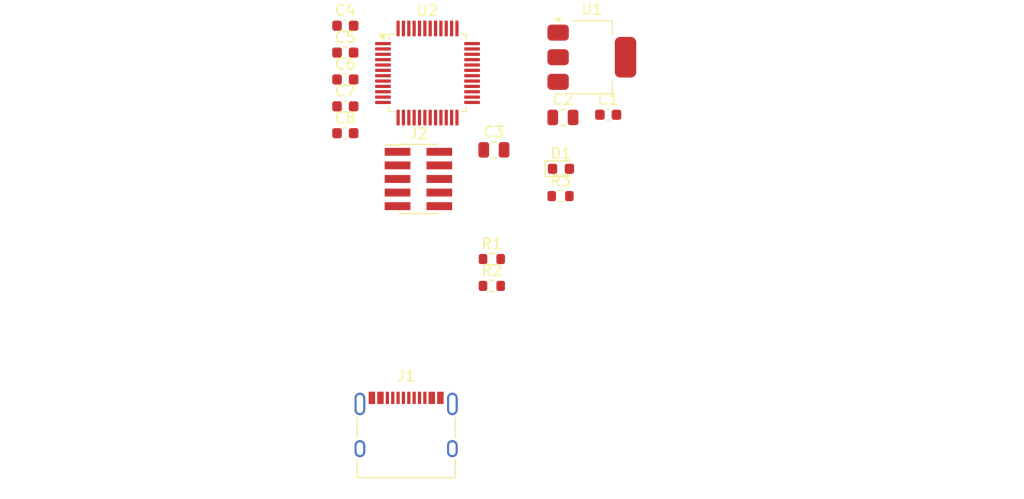
<source format=kicad_pcb>
(kicad_pcb (version 20240108) (generator "pcbnew") (generator_version "8.0")
  (layers (0 "F.Cu" signal "Front") (31 "B.Cu" signal "Back") (34 "B.Paste" user) (35 "F.Paste" user) (36 "B.SilkS" user "B.Silkscreen") (37 "F.SilkS" user "F.Silkscreen") (38 "B.Mask" user) (39 "F.Mask" user) (44 "Edge.Cuts" user))
  (net 0 "")
  (net 1 "usb.gnd")
  (net 2 "usb.conn.cc.cc1")
  (net 3 "usb.conn.cc.cc2")
  (net 4 "led.res.a")
  (net 5 "usb.pwr")
  (net 6 "reg.pwr_out")
  (net 7 "led.signal")
  (net 8 "mcu.ic.osc.xtal_out")
  (net 9 "mcu.reset_node")
  (net 10 "mcu.ic.osc.xtal_in")
  (net 11 "usb.usb.dp")
  (net 12 "usb.usb.dm")
  (net 13 "mcu.swd.tdi")
  (net 14 "mcu.swd_node.swdio")
  (net 15 "mcu.swd_node.swclk")
  (net 16 "mcu.swd.swo")
  (footprint "Capacitor_SMD:C_0603_1608Metric" (layer "F.Cu") (at 123.82 57.095)
    (property "Reference" "C8" (at 0 -1.43 0) (layer "F.SilkS"))
    (property "Value" "50V 1uF X5R ±10% 0603 Multilayer Ceramic Capacitors MLCC - SMD/SMT ROHS")
    (fp_line (start -0.14058 -0.51) (end 0.14058 -0.51) (stroke (width 0.12)) (layer "F.SilkS"))
    (fp_line (start -0.14058 0.51) (end 0.14058 0.51) (stroke (width 0.12)) (layer "F.SilkS"))
    (pad "1" smd roundrect (at -0.775 0) (size 0.9 0.95) (layers "F.Cu" "F.Paste" "F.Mask") (net 6 "reg.pwr_out"))
    (pad "2" smd roundrect (at 0.775 0) (size 0.9 0.95) (layers "F.Cu" "F.Paste" "F.Mask") (net 1 "usb.gnd"))
  )
  (footprint "Package_QFP:LQFP-48_7x7mm_P0.5mm" (layer "F.Cu") (at 131.5 51.475)
    (property "Reference" "U2" (at 0 -5.85 0) (layer "F.SilkS"))
    (property "Value" "STM32F103xxT6")
    (fp_line (start -3.61 -3.61) (end -3.61 -3.16) (stroke (width 0.12)) (layer "F.SilkS"))
    (fp_line (start -3.61 3.61) (end -3.61 3.16) (stroke (width 0.12)) (layer "F.SilkS"))
    (fp_line (start -3.16 -3.61) (end -3.61 -3.61) (stroke (width 0.12)) (layer "F.SilkS"))
    (fp_line (start -3.16 3.61) (end -3.61 3.61) (stroke (width 0.12)) (layer "F.SilkS"))
    (fp_line (start 3.16 -3.61) (end 3.61 -3.61) (stroke (width 0.12)) (layer "F.SilkS"))
    (fp_line (start 3.16 3.61) (end 3.61 3.61) (stroke (width 0.12)) (layer "F.SilkS"))
    (fp_line (start 3.61 -3.61) (end 3.61 -3.16) (stroke (width 0.12)) (layer "F.SilkS"))
    (fp_line (start 3.61 3.61) (end 3.61 3.16) (stroke (width 0.12)) (layer "F.SilkS"))
    (fp_poly (pts (xy -4.2 -3.16) (xy -4.54 -3.63) (xy -3.86 -3.63) (xy -4.2 -3.16)) (stroke (width 0.12)) (fill solid) (layer "F.SilkS"))
    (pad "1" smd roundrect (at -4.1625 -2.75) (size 1.475 0.3) (layers "F.Cu" "F.Paste" "F.Mask") (net 6 "reg.pwr_out"))
    (pad "2" smd roundrect (at -4.1625 -2.25) (size 1.475 0.3) (layers "F.Cu" "F.Paste" "F.Mask"))
    (pad "3" smd roundrect (at -4.1625 -1.75) (size 1.475 0.3) (layers "F.Cu" "F.Paste" "F.Mask"))
    (pad "4" smd roundrect (at -4.1625 -1.25) (size 1.475 0.3) (layers "F.Cu" "F.Paste" "F.Mask"))
    (pad "5" smd roundrect (at -4.1625 -0.75) (size 1.475 0.3) (layers "F.Cu" "F.Paste" "F.Mask") (net 10 "mcu.ic.osc.xtal_in"))
    (pad "6" smd roundrect (at -4.1625 -0.25) (size 1.475 0.3) (layers "F.Cu" "F.Paste" "F.Mask") (net 8 "mcu.ic.osc.xtal_out"))
    (pad "7" smd roundrect (at -4.1625 0.25) (size 1.475 0.3) (layers "F.Cu" "F.Paste" "F.Mask") (net 9 "mcu.reset_node"))
    (pad "8" smd roundrect (at -4.1625 0.75) (size 1.475 0.3) (layers "F.Cu" "F.Paste" "F.Mask") (net 1 "usb.gnd"))
    (pad "9" smd roundrect (at -4.1625 1.25) (size 1.475 0.3) (layers "F.Cu" "F.Paste" "F.Mask") (net 6 "reg.pwr_out"))
    (pad "10" smd roundrect (at -4.1625 1.75) (size 1.475 0.3) (layers "F.Cu" "F.Paste" "F.Mask") (net 7 "led.signal"))
    (pad "11" smd roundrect (at -4.1625 2.25) (size 1.475 0.3) (layers "F.Cu" "F.Paste" "F.Mask"))
    (pad "12" smd roundrect (at -4.1625 2.75) (size 1.475 0.3) (layers "F.Cu" "F.Paste" "F.Mask"))
    (pad "13" smd roundrect (at -2.75 4.1625) (size 0.3 1.475) (layers "F.Cu" "F.Paste" "F.Mask"))
    (pad "14" smd roundrect (at -2.25 4.1625) (size 0.3 1.475) (layers "F.Cu" "F.Paste" "F.Mask"))
    (pad "15" smd roundrect (at -1.75 4.1625) (size 0.3 1.475) (layers "F.Cu" "F.Paste" "F.Mask"))
    (pad "16" smd roundrect (at -1.25 4.1625) (size 0.3 1.475) (layers "F.Cu" "F.Paste" "F.Mask"))
    (pad "17" smd roundrect (at -0.75 4.1625) (size 0.3 1.475) (layers "F.Cu" "F.Paste" "F.Mask"))
    (pad "18" smd roundrect (at -0.25 4.1625) (size 0.3 1.475) (layers "F.Cu" "F.Paste" "F.Mask"))
    (pad "19" smd roundrect (at 0.25 4.1625) (size 0.3 1.475) (layers "F.Cu" "F.Paste" "F.Mask"))
    (pad "20" smd roundrect (at 0.75 4.1625) (size 0.3 1.475) (layers "F.Cu" "F.Paste" "F.Mask"))
    (pad "21" smd roundrect (at 1.25 4.1625) (size 0.3 1.475) (layers "F.Cu" "F.Paste" "F.Mask"))
    (pad "22" smd roundrect (at 1.75 4.1625) (size 0.3 1.475) (layers "F.Cu" "F.Paste" "F.Mask"))
    (pad "23" smd roundrect (at 2.25 4.1625) (size 0.3 1.475) (layers "F.Cu" "F.Paste" "F.Mask") (net 1 "usb.gnd"))
    (pad "24" smd roundrect (at 2.75 4.1625) (size 0.3 1.475) (layers "F.Cu" "F.Paste" "F.Mask") (net 6 "reg.pwr_out"))
    (pad "25" smd roundrect (at 4.1625 2.75) (size 1.475 0.3) (layers "F.Cu" "F.Paste" "F.Mask"))
    (pad "26" smd roundrect (at 4.1625 2.25) (size 1.475 0.3) (layers "F.Cu" "F.Paste" "F.Mask"))
    (pad "27" smd roundrect (at 4.1625 1.75) (size 1.475 0.3) (layers "F.Cu" "F.Paste" "F.Mask"))
    (pad "28" smd roundrect (at 4.1625 1.25) (size 1.475 0.3) (layers "F.Cu" "F.Paste" "F.Mask"))
    (pad "29" smd roundrect (at 4.1625 0.75) (size 1.475 0.3) (layers "F.Cu" "F.Paste" "F.Mask"))
    (pad "30" smd roundrect (at 4.1625 0.25) (size 1.475 0.3) (layers "F.Cu" "F.Paste" "F.Mask"))
    (pad "31" smd roundrect (at 4.1625 -0.25) (size 1.475 0.3) (layers "F.Cu" "F.Paste" "F.Mask"))
    (pad "32" smd roundrect (at 4.1625 -0.75) (size 1.475 0.3) (layers "F.Cu" "F.Paste" "F.Mask"))
    (pad "33" smd roundrect (at 4.1625 -1.25) (size 1.475 0.3) (layers "F.Cu" "F.Paste" "F.Mask"))
    (pad "34" smd roundrect (at 4.1625 -1.75) (size 1.475 0.3) (layers "F.Cu" "F.Paste" "F.Mask") (net 14 "mcu.swd_node.swdio"))
    (pad "35" smd roundrect (at 4.1625 -2.25) (size 1.475 0.3) (layers "F.Cu" "F.Paste" "F.Mask") (net 1 "usb.gnd"))
    (pad "36" smd roundrect (at 4.1625 -2.75) (size 1.475 0.3) (layers "F.Cu" "F.Paste" "F.Mask") (net 6 "reg.pwr_out"))
    (pad "37" smd roundrect (at 2.75 -4.1625) (size 0.3 1.475) (layers "F.Cu" "F.Paste" "F.Mask") (net 15 "mcu.swd_node.swclk"))
    (pad "38" smd roundrect (at 2.25 -4.1625) (size 0.3 1.475) (layers "F.Cu" "F.Paste" "F.Mask"))
    (pad "39" smd roundrect (at 1.75 -4.1625) (size 0.3 1.475) (layers "F.Cu" "F.Paste" "F.Mask"))
    (pad "40" smd roundrect (at 1.25 -4.1625) (size 0.3 1.475) (layers "F.Cu" "F.Paste" "F.Mask"))
    (pad "41" smd roundrect (at 0.75 -4.1625) (size 0.3 1.475) (layers "F.Cu" "F.Paste" "F.Mask"))
    (pad "42" smd roundrect (at 0.25 -4.1625) (size 0.3 1.475) (layers "F.Cu" "F.Paste" "F.Mask"))
    (pad "43" smd roundrect (at -0.25 -4.1625) (size 0.3 1.475) (layers "F.Cu" "F.Paste" "F.Mask"))
    (pad "44" smd roundrect (at -0.75 -4.1625) (size 0.3 1.475) (layers "F.Cu" "F.Paste" "F.Mask") (net 1 "usb.gnd"))
    (pad "45" smd roundrect (at -1.25 -4.1625) (size 0.3 1.475) (layers "F.Cu" "F.Paste" "F.Mask"))
    (pad "46" smd roundrect (at -1.75 -4.1625) (size 0.3 1.475) (layers "F.Cu" "F.Paste" "F.Mask"))
    (pad "47" smd roundrect (at -2.25 -4.1625) (size 0.3 1.475) (layers "F.Cu" "F.Paste" "F.Mask") (net 1 "usb.gnd"))
    (pad "48" smd roundrect (at -2.75 -4.1625) (size 0.3 1.475) (layers "F.Cu" "F.Paste" "F.Mask") (net 6 "reg.pwr_out"))
  )
  (footprint "Capacitor_SMD:C_0603_1608Metric" (layer "F.Cu") (at 123.82 47.055)
    (property "Reference" "C4" (at 0 -1.43 0) (layer "F.SilkS"))
    (property "Value" "50V 100nF X7R ±10% 0603 Multilayer Ceramic Capacitors MLCC - SMD/SMT ROHS")
    (fp_line (start -0.14058 -0.51) (end 0.14058 -0.51) (stroke (width 0.12)) (layer "F.SilkS"))
    (fp_line (start -0.14058 0.51) (end 0.14058 0.51) (stroke (width 0.12)) (layer "F.SilkS"))
    (pad "1" smd roundrect (at -0.775 0) (size 0.9 0.95) (layers "F.Cu" "F.Paste" "F.Mask") (net 6 "reg.pwr_out"))
    (pad "2" smd roundrect (at 0.775 0) (size 0.9 0.95) (layers "F.Cu" "F.Paste" "F.Mask") (net 1 "usb.gnd"))
  )
  (footprint "Resistor_SMD:R_0603_1608Metric" (layer "F.Cu") (at 143.93 62.975)
    (property "Reference" "R3" (at 0 -1.43 0) (layer "F.SilkS"))
    (property "Value" "±1% 1/10W Thick Film Resistors 75V ±100ppm/? -55?~+155? 1k? 0603 Chip Resistor - Surface Mount ROHS")
    (fp_line (start -0.237258 -0.5225) (end 0.237258 -0.5225) (stroke (width 0.12)) (layer "F.SilkS"))
    (fp_line (start -0.237258 0.5225) (end 0.237258 0.5225) (stroke (width 0.12)) (layer "F.SilkS"))
    (pad "1" smd roundrect (at -0.825 0) (size 0.8 0.95) (layers "F.Cu" "F.Paste" "F.Mask") (net 4 "led.res.a"))
    (pad "2" smd roundrect (at 0.825 0) (size 0.8 0.95) (layers "F.Cu" "F.Paste" "F.Mask") (net 1 "usb.gnd"))
  )
  (footprint "Capacitor_SMD:C_0603_1608Metric" (layer "F.Cu") (at 123.82 52.075)
    (property "Reference" "C6" (at 0 -1.43 0) (layer "F.SilkS"))
    (property "Value" "50V 100nF X7R ±10% 0603 Multilayer Ceramic Capacitors MLCC - SMD/SMT ROHS")
    (fp_line (start -0.14058 -0.51) (end 0.14058 -0.51) (stroke (width 0.12)) (layer "F.SilkS"))
    (fp_line (start -0.14058 0.51) (end 0.14058 0.51) (stroke (width 0.12)) (layer "F.SilkS"))
    (pad "1" smd roundrect (at -0.775 0) (size 0.9 0.95) (layers "F.Cu" "F.Paste" "F.Mask") (net 6 "reg.pwr_out"))
    (pad "2" smd roundrect (at 0.775 0) (size 0.9 0.95) (layers "F.Cu" "F.Paste" "F.Mask") (net 1 "usb.gnd"))
  )
  (footprint "Capacitor_SMD:C_0603_1608Metric" (layer "F.Cu") (at 123.82 54.585)
    (property "Reference" "C7" (at 0 -1.43 0) (layer "F.SilkS"))
    (property "Value" "50V 10nF X7R ±10% 0603 Multilayer Ceramic Capacitors MLCC - SMD/SMT ROHS")
    (fp_line (start -0.14058 -0.51) (end 0.14058 -0.51) (stroke (width 0.12)) (layer "F.SilkS"))
    (fp_line (start -0.14058 0.51) (end 0.14058 0.51) (stroke (width 0.12)) (layer "F.SilkS"))
    (pad "1" smd roundrect (at -0.775 0) (size 0.9 0.95) (layers "F.Cu" "F.Paste" "F.Mask") (net 6 "reg.pwr_out"))
    (pad "2" smd roundrect (at 0.775 0) (size 0.9 0.95) (layers "F.Cu" "F.Paste" "F.Mask") (net 1 "usb.gnd"))
  )
  (footprint "Capacitor_SMD:C_0603_1608Metric" (layer "F.Cu") (at 123.82 49.565)
    (property "Reference" "C5" (at 0 -1.43 0) (layer "F.SilkS"))
    (property "Value" "50V 100nF X7R ±10% 0603 Multilayer Ceramic Capacitors MLCC - SMD/SMT ROHS")
    (fp_line (start -0.14058 -0.51) (end 0.14058 -0.51) (stroke (width 0.12)) (layer "F.SilkS"))
    (fp_line (start -0.14058 0.51) (end 0.14058 0.51) (stroke (width 0.12)) (layer "F.SilkS"))
    (pad "1" smd roundrect (at -0.775 0) (size 0.9 0.95) (layers "F.Cu" "F.Paste" "F.Mask") (net 6 "reg.pwr_out"))
    (pad "2" smd roundrect (at 0.775 0) (size 0.9 0.95) (layers "F.Cu" "F.Paste" "F.Mask") (net 1 "usb.gnd"))
  )
  (footprint "Capacitor_SMD:C_0805_2012Metric" (layer "F.Cu") (at 137.7 58.655)
    (property "Reference" "C3" (at 0 -1.68 0) (layer "F.SilkS"))
    (property "Value" "25V 4.7uF X5R ±10% 0805 Multilayer Ceramic Capacitors MLCC - SMD/SMT ROHS")
    (fp_line (start -0.261252 -0.735) (end 0.261252 -0.735) (stroke (width 0.12)) (layer "F.SilkS"))
    (fp_line (start -0.261252 0.735) (end 0.261252 0.735) (stroke (width 0.12)) (layer "F.SilkS"))
    (pad "1" smd roundrect (at -0.95 0) (size 1 1.45) (layers "F.Cu" "F.Paste" "F.Mask") (net 6 "reg.pwr_out"))
    (pad "2" smd roundrect (at 0.95 0) (size 1 1.45) (layers "F.Cu" "F.Paste" "F.Mask") (net 1 "usb.gnd"))
  )
  (footprint "Resistor_SMD:R_0603_1608Metric" (layer "F.Cu") (at 137.51 71.365)
    (property "Reference" "R2" (at 0 -1.43 0) (layer "F.SilkS"))
    (property "Value" "±1% 1/10W Thick Film Resistors 75V ±100ppm/? -55?~+155? 5.1k? 0603 Chip Resistor - Surface Mount ROHS")
    (fp_line (start -0.237258 -0.5225) (end 0.237258 -0.5225) (stroke (width 0.12)) (layer "F.SilkS"))
    (fp_line (start -0.237258 0.5225) (end 0.237258 0.5225) (stroke (width 0.12)) (layer "F.SilkS"))
    (pad "1" smd roundrect (at -0.825 0) (size 0.8 0.95) (layers "F.Cu" "F.Paste" "F.Mask") (net 1 "usb.gnd"))
    (pad "2" smd roundrect (at 0.825 0) (size 0.8 0.95) (layers "F.Cu" "F.Paste" "F.Mask") (net 3 "usb.conn.cc.cc2"))
  )
  (footprint "Connector_USB:USB_C_Receptacle_XKB_U262-16XN-4BVC11" (layer "F.Cu") (at 129.5 85.5)
    (property "Reference" "J1" (at 0 -5.715 0) (layer "F.SilkS"))
    (property "Value" "COM-15111")
    (fp_line (start -4.58 -1.85) (end -4.58 0.07) (stroke (width 0.12)) (layer "F.SilkS"))
    (fp_line (start -4.58 3.785) (end -4.58 2.08) (stroke (width 0.12)) (layer "F.SilkS"))
    (fp_line (start 4.58 0.07) (end 4.58 -1.85) (stroke (width 0.12)) (layer "F.SilkS"))
    (fp_line (start 4.58 2.08) (end 4.58 3.785) (stroke (width 0.12)) (layer "F.SilkS"))
    (fp_line (start 4.58 3.785) (end -4.58 3.785) (stroke (width 0.12)) (layer "F.SilkS"))
    (pad "" np_thru_hole circle (at -2.89 -2.605) (size 0.65 0.65) (drill 0.65) (layers "*.Cu" "*.Mask"))
    (pad "" np_thru_hole circle (at 2.89 -2.605) (size 0.65 0.65) (drill 0.65) (layers "*.Cu" "*.Mask"))
    (pad "A1" smd rect (at -3.35 -3.67) (size 0.3 1.15) (layers "F.Cu" "F.Paste" "F.Mask") (net 1 "usb.gnd"))
    (pad "A4" smd rect (at -2.55 -3.67) (size 0.3 1.15) (layers "F.Cu" "F.Paste" "F.Mask") (net 5 "usb.pwr"))
    (pad "A5" smd rect (at -1.25 -3.67) (size 0.3 1.15) (layers "F.Cu" "F.Paste" "F.Mask") (net 2 "usb.conn.cc.cc1"))
    (pad "A6" smd rect (at -0.25 -3.67) (size 0.3 1.15) (layers "F.Cu" "F.Paste" "F.Mask") (net 11 "usb.usb.dp"))
    (pad "A7" smd rect (at 0.25 -3.67) (size 0.3 1.15) (layers "F.Cu" "F.Paste" "F.Mask") (net 12 "usb.usb.dm"))
    (pad "A8" smd rect (at 1.25 -3.67) (size 0.3 1.15) (layers "F.Cu" "F.Paste" "F.Mask"))
    (pad "A9" smd rect (at 2.55 -3.67) (size 0.3 1.15) (layers "F.Cu" "F.Paste" "F.Mask") (net 5 "usb.pwr"))
    (pad "A12" smd rect (at 3.35 -3.67) (size 0.3 1.15) (layers "F.Cu" "F.Paste" "F.Mask") (net 1 "usb.gnd"))
    (pad "B1" smd rect (at 3.05 -3.67) (size 0.3 1.15) (layers "F.Cu" "F.Paste" "F.Mask") (net 1 "usb.gnd"))
    (pad "B4" smd rect (at 2.25 -3.67) (size 0.3 1.15) (layers "F.Cu" "F.Paste" "F.Mask") (net 5 "usb.pwr"))
    (pad "B5" smd rect (at 1.75 -3.67) (size 0.3 1.15) (layers "F.Cu" "F.Paste" "F.Mask") (net 3 "usb.conn.cc.cc2"))
    (pad "B6" smd rect (at 0.75 -3.67) (size 0.3 1.15) (layers "F.Cu" "F.Paste" "F.Mask") (net 11 "usb.usb.dp"))
    (pad "B7" smd rect (at -0.75 -3.67) (size 0.3 1.15) (layers "F.Cu" "F.Paste" "F.Mask") (net 12 "usb.usb.dm"))
    (pad "B8" smd rect (at -1.75 -3.67) (size 0.3 1.15) (layers "F.Cu" "F.Paste" "F.Mask"))
    (pad "B9" smd rect (at -2.25 -3.67) (size 0.3 1.15) (layers "F.Cu" "F.Paste" "F.Mask") (net 5 "usb.pwr"))
    (pad "B12" smd rect (at -3.05 -3.67) (size 0.3 1.15) (layers "F.Cu" "F.Paste" "F.Mask") (net 1 "usb.gnd"))
    (pad "S1" thru_hole oval (at -4.32 -3.105) (size 1 2.1) (drill oval 0.6 1.7) (layers "*.Cu" "*.Mask") (net 1 "usb.gnd"))
    (pad "S1" thru_hole oval (at -4.32 1.075) (size 1 1.6) (drill oval 0.6 1.2) (layers "*.Cu" "*.Mask") (net 1 "usb.gnd"))
    (pad "S1" thru_hole oval (at 4.32 -3.105) (size 1 2.1) (drill oval 0.6 1.7) (layers "*.Cu" "*.Mask") (net 1 "usb.gnd"))
    (pad "S1" thru_hole oval (at 4.32 1.075) (size 1 1.6) (drill oval 0.6 1.2) (layers "*.Cu" "*.Mask") (net 1 "usb.gnd"))
  )
  (footprint "Connector_PinHeader_1.27mm:PinHeader_2x05_P1.27mm_Vertical_SMD" (layer "F.Cu") (at 130.65 61.375)
    (property "Reference" "J2" (at 0 -4.235 0) (layer "F.SilkS"))
    (property "Value" "PinHeader1.27 Shrouded 2x5")
    (fp_line (start -3.09 -3.17) (end -1.765 -3.17) (stroke (width 0.12)) (layer "F.SilkS"))
    (fp_line (start -1.765 -3.235) (end -1.765 -3.17) (stroke (width 0.12)) (layer "F.SilkS"))
    (fp_line (start -1.765 -3.235) (end 1.765 -3.235) (stroke (width 0.12)) (layer "F.SilkS"))
    (fp_line (start -1.765 3.17) (end -1.765 3.235) (stroke (width 0.12)) (layer "F.SilkS"))
    (fp_line (start -1.765 3.235) (end 1.765 3.235) (stroke (width 0.12)) (layer "F.SilkS"))
    (fp_line (start 1.765 -3.235) (end 1.765 -3.17) (stroke (width 0.12)) (layer "F.SilkS"))
    (fp_line (start 1.765 3.17) (end 1.765 3.235) (stroke (width 0.12)) (layer "F.SilkS"))
    (pad "1" smd rect (at -1.95 -2.54) (size 2.4 0.74) (layers "F.Cu" "F.Paste" "F.Mask") (net 6 "reg.pwr_out"))
    (pad "2" smd rect (at 1.95 -2.54) (size 2.4 0.74) (layers "F.Cu" "F.Paste" "F.Mask") (net 14 "mcu.swd_node.swdio"))
    (pad "3" smd rect (at -1.95 -1.27) (size 2.4 0.74) (layers "F.Cu" "F.Paste" "F.Mask") (net 1 "usb.gnd"))
    (pad "4" smd rect (at 1.95 -1.27) (size 2.4 0.74) (layers "F.Cu" "F.Paste" "F.Mask") (net 15 "mcu.swd_node.swclk"))
    (pad "5" smd rect (at -1.95 0) (size 2.4 0.74) (layers "F.Cu" "F.Paste" "F.Mask") (net 1 "usb.gnd"))
    (pad "6" smd rect (at 1.95 0) (size 2.4 0.74) (layers "F.Cu" "F.Paste" "F.Mask") (net 16 "mcu.swd.swo"))
    (pad "7" smd rect (at -1.95 1.27) (size 2.4 0.74) (layers "F.Cu" "F.Paste" "F.Mask"))
    (pad "8" smd rect (at 1.95 1.27) (size 2.4 0.74) (layers "F.Cu" "F.Paste" "F.Mask") (net 13 "mcu.swd.tdi"))
    (pad "9" smd rect (at -1.95 2.54) (size 2.4 0.74) (layers "F.Cu" "F.Paste" "F.Mask") (net 1 "usb.gnd"))
    (pad "10" smd rect (at 1.95 2.54) (size 2.4 0.74) (layers "F.Cu" "F.Paste" "F.Mask") (net 9 "mcu.reset_node"))
  )
  (footprint "LED_SMD:LED_0603_1608Metric" (layer "F.Cu") (at 143.97 60.425)
    (property "Reference" "D1" (at 0 -1.43 0) (layer "F.SilkS"))
    (property "Value" "Red 615~630nm 1.9~2.2V 0603 Light Emitting Diodes (LED) RoHS")
    (fp_line (start -1.485 -0.735) (end -1.485 0.735) (stroke (width 0.12)) (layer "F.SilkS"))
    (fp_line (start -1.485 0.735) (end 0.8 0.735) (stroke (width 0.12)) (layer "F.SilkS"))
    (fp_line (start 0.8 -0.735) (end -1.485 -0.735) (stroke (width 0.12)) (layer "F.SilkS"))
    (pad "1" smd roundrect (at -0.7875 0) (size 0.875 0.95) (layers "F.Cu" "F.Paste" "F.Mask") (net 4 "led.res.a"))
    (pad "2" smd roundrect (at 0.7875 0) (size 0.875 0.95) (layers "F.Cu" "F.Paste" "F.Mask") (net 7 "led.signal"))
  )
  (footprint "Package_TO_SOT_SMD:SOT-223-3_TabPin2" (layer "F.Cu") (at 146.85 50)
    (property "Reference" "U1" (at 0 -4.5 0) (layer "F.SilkS"))
    (property "Value" "LD1117S33TR")
    (fp_line (start -1.85 -3.41) (end 1.91 -3.41) (stroke (width 0.12)) (layer "F.SilkS"))
    (fp_line (start -1.85 3.41) (end 1.91 3.41) (stroke (width 0.12)) (layer "F.SilkS"))
    (fp_line (start 1.91 -3.41) (end 1.91 -2.15) (stroke (width 0.12)) (layer "F.SilkS"))
    (fp_line (start 1.91 3.41) (end 1.91 2.15) (stroke (width 0.12)) (layer "F.SilkS"))
    (fp_poly (pts (xy -3.13 -3.31) (xy -3.37 -3.64) (xy -2.89 -3.64) (xy -3.13 -3.31)) (stroke (width 0.12)) (fill solid) (layer "F.SilkS"))
    (pad "1" smd roundrect (at -3.15 -2.3) (size 2 1.5) (layers "F.Cu" "F.Paste" "F.Mask") (net 1 "usb.gnd"))
    (pad "2" smd roundrect (at -3.15 0) (size 2 1.5) (layers "F.Cu" "F.Paste" "F.Mask") (net 6 "reg.pwr_out"))
    (pad "2" smd roundrect (at 3.15 0) (size 2 3.8) (layers "F.Cu" "F.Paste" "F.Mask") (net 6 "reg.pwr_out"))
    (pad "3" smd roundrect (at -3.15 2.3) (size 2 1.5) (layers "F.Cu" "F.Paste" "F.Mask") (net 5 "usb.pwr"))
  )
  (footprint "Resistor_SMD:R_0603_1608Metric" (layer "F.Cu") (at 137.51 68.855)
    (property "Reference" "R1" (at 0 -1.43 0) (layer "F.SilkS"))
    (property "Value" "±1% 1/10W Thick Film Resistors 75V ±100ppm/? -55?~+155? 5.1k? 0603 Chip Resistor - Surface Mount ROHS")
    (fp_line (start -0.237258 -0.5225) (end 0.237258 -0.5225) (stroke (width 0.12)) (layer "F.SilkS"))
    (fp_line (start -0.237258 0.5225) (end 0.237258 0.5225) (stroke (width 0.12)) (layer "F.SilkS"))
    (pad "1" smd roundrect (at -0.825 0) (size 0.8 0.95) (layers "F.Cu" "F.Paste" "F.Mask") (net 1 "usb.gnd"))
    (pad "2" smd roundrect (at 0.825 0) (size 0.8 0.95) (layers "F.Cu" "F.Paste" "F.Mask") (net 2 "usb.conn.cc.cc1"))
  )
  (footprint "Capacitor_SMD:C_0805_2012Metric" (layer "F.Cu") (at 144.15 55.625)
    (property "Reference" "C2" (at 0 -1.68 0) (layer "F.SilkS"))
    (property "Value" "X5R 25V ±10% 10uF 0805 Multilayer Ceramic Capacitors MLCC - SMD/SMT ROHS")
    (fp_line (start -0.261252 -0.735) (end 0.261252 -0.735) (stroke (width 0.12)) (layer "F.SilkS"))
    (fp_line (start -0.261252 0.735) (end 0.261252 0.735) (stroke (width 0.12)) (layer "F.SilkS"))
    (pad "1" smd roundrect (at -0.95 0) (size 1 1.45) (layers "F.Cu" "F.Paste" "F.Mask") (net 6 "reg.pwr_out"))
    (pad "2" smd roundrect (at 0.95 0) (size 1 1.45) (layers "F.Cu" "F.Paste" "F.Mask") (net 1 "usb.gnd"))
  )
  (footprint "Capacitor_SMD:C_0603_1608Metric" (layer "F.Cu") (at 148.38 55.375)
    (property "Reference" "C1" (at 0 -1.43 0) (layer "F.SilkS"))
    (property "Value" "50V 100nF X7R ±10% 0603 Multilayer Ceramic Capacitors MLCC - SMD/SMT ROHS")
    (fp_line (start -0.14058 -0.51) (end 0.14058 -0.51) (stroke (width 0.12)) (layer "F.SilkS"))
    (fp_line (start -0.14058 0.51) (end 0.14058 0.51) (stroke (width 0.12)) (layer "F.SilkS"))
    (pad "1" smd roundrect (at -0.775 0) (size 0.9 0.95) (layers "F.Cu" "F.Paste" "F.Mask") (net 5 "usb.pwr"))
    (pad "2" smd roundrect (at 0.775 0) (size 0.9 0.95) (layers "F.Cu" "F.Paste" "F.Mask") (net 1 "usb.gnd"))
  )
)
</source>
